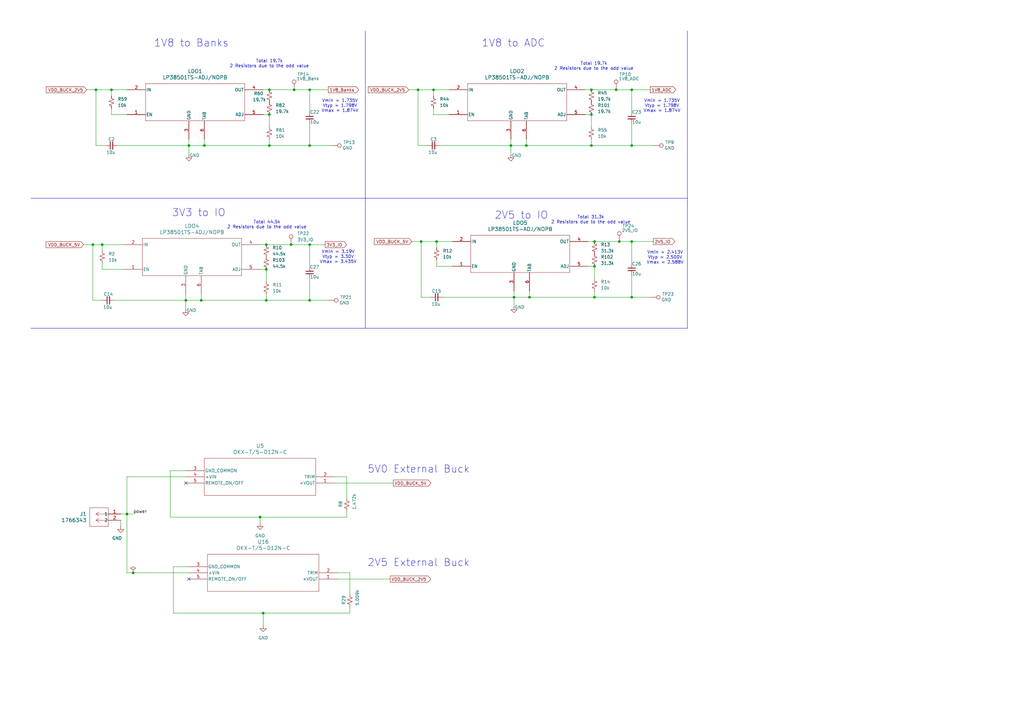
<source format=kicad_sch>
(kicad_sch (version 20250114) (generator "eeschema") (generator_version "9.0")
  (paper "A3")
  (lib_symbols
    (symbol "Connector:TestPoint" (pin_numbers (hide yes)) (pin_names (offset 0.762) (hide yes))
      (property "Reference" "TP" (at 0 6.858 0))
      (property "Value" "TestPoint" (at 0 5.08 0))
      (symbol "TestPoint_0_1"
        (circle (center 0 3.302) (radius 0.762))
      )
      (symbol "TestPoint_1_1"
        (pin passive line (at 0 0 90) (length 2.54) (name "1") (number "1"))
      )
    )
    (symbol "Device:C_Small" (pin_numbers (hide yes)) (pin_names (offset 0.254) (hide yes))
      (property "Reference" "C" (at 0.254 1.778 0))
      (property "Value" "C_Small" (at 0.254 -2.032 0))
      (symbol "C_Small_0_1"
        (polyline (pts (xy -1.524 0.508) (xy 1.524 0.508)) (stroke (width 0.3048)))
        (polyline (pts (xy -1.524 -0.508) (xy 1.524 -0.508)) (stroke (width 0.3302)))
      )
      (symbol "C_Small_1_1"
        (pin passive line (at 0 2.54 270) (length 2.032) (name "~") (number "1"))
        (pin passive line (at 0 -2.54 90) (length 2.032) (name "~") (number "2"))
      )
    )
    (symbol "Device:R_Small_US" (pin_numbers (hide yes)) (pin_names (offset 0.254) (hide yes))
      (property "Reference" "R" (at 0.762 0.508 0))
      (property "Value" "R_Small_US" (at 0.762 -1.016 0))
      (symbol "R_Small_US_1_1"
        (polyline (pts (xy 0 1.524) (xy 1.016 1.143) (xy 0 0.762) (xy -1.016 0.381) (xy 0 0)))
        (polyline (pts (xy 0 0) (xy 1.016 -0.381) (xy 0 -0.762) (xy -1.016 -1.143) (xy 0 -1.524)))
        (pin passive line (at 0 2.54 270) (length 1.016) (name "~") (number "1"))
        (pin passive line (at 0 -2.54 90) (length 1.016) (name "~") (number "2"))
      )
    )
    (symbol "PSEC5_ctrlbd:1766343" (pin_names (offset 0.254))
      (property "Reference" "J" (at 8.89 6.35 0))
      (property "Value" "1766343" (at 1.524 6.096 0))
      (symbol "1766343_1_1"
        (polyline (pts (xy 5.08 2.54) (xy 5.08 -5.08)) (stroke (width 0.127)))
        (polyline (pts (xy 5.08 -5.08) (xy 12.7 -5.08)) (stroke (width 0.127)))
        (polyline (pts (xy 10.16 0) (xy 5.08 0)) (stroke (width 0.127)))
        (polyline (pts (xy 10.16 0) (xy 8.89 0.8467)) (stroke (width 0.127)))
        (polyline (pts (xy 10.16 0) (xy 8.89 -0.8467)) (stroke (width 0.127)))
        (polyline (pts (xy 10.16 -2.54) (xy 5.08 -2.54)) (stroke (width 0.127)))
        (polyline (pts (xy 10.16 -2.54) (xy 8.89 -1.6933)) (stroke (width 0.127)))
        (polyline (pts (xy 10.16 -2.54) (xy 8.89 -3.3867)) (stroke (width 0.127)))
        (polyline (pts (xy 12.7 2.54) (xy 5.08 2.54)) (stroke (width 0.127)))
        (polyline (pts (xy 12.7 -5.08) (xy 12.7 2.54)) (stroke (width 0.127)))
        (pin unspecified line (at 0 0 0) (length 5.08) (name "1") (number "1"))
        (pin unspecified line (at 0 -2.54 0) (length 5.08) (name "2") (number "2"))
      )
      (symbol "1766343_1_2"
        (polyline (pts (xy 5.08 2.54) (xy 5.08 -5.08)) (stroke (width 0.127)))
        (polyline (pts (xy 5.08 -5.08) (xy 12.7 -5.08)) (stroke (width 0.127)))
        (polyline (pts (xy 7.62 0) (xy 5.08 0)) (stroke (width 0.127)))
        (polyline (pts (xy 7.62 0) (xy 8.89 0.8467)) (stroke (width 0.127)))
        (polyline (pts (xy 7.62 0) (xy 8.89 -0.8467)) (stroke (width 0.127)))
        (polyline (pts (xy 7.62 -2.54) (xy 5.08 -2.54)) (stroke (width 0.127)))
        (polyline (pts (xy 7.62 -2.54) (xy 8.89 -1.6933)) (stroke (width 0.127)))
        (polyline (pts (xy 7.62 -2.54) (xy 8.89 -3.3867)) (stroke (width 0.127)))
        (polyline (pts (xy 12.7 2.54) (xy 5.08 2.54)) (stroke (width 0.127)))
        (polyline (pts (xy 12.7 -5.08) (xy 12.7 2.54)) (stroke (width 0.127)))
        (pin unspecified line (at 0 0 0) (length 5.08) (name "1") (number "1"))
        (pin unspecified line (at 0 -2.54 0) (length 5.08) (name "2") (number "2"))
      )
    )
    (symbol "PSEC5_ctrlbd:LP38501TS-ADJ_NOPB" (pin_names (offset 0.254))
      (property "Value" "LP38501TS-ADJ/NOPB" (at 27.94 7.62 0))
      (symbol "LP38501TS-ADJ_NOPB_0_1"
        (polyline (pts (xy 7.62 5.08) (xy 7.62 -10.16)) (stroke (width 0.127)))
        (polyline (pts (xy 7.62 -10.16) (xy 48.26 -10.16)) (stroke (width 0.127)))
        (polyline (pts (xy 48.26 5.08) (xy 7.62 5.08)) (stroke (width 0.127)))
        (polyline (pts (xy 48.26 -10.16) (xy 48.26 5.08)) (stroke (width 0.127)))
        (pin power_in line (at 0 2.54 0) (length 7.62) (name "IN") (number "2"))
        (pin input line (at 0 -7.62 0) (length 7.62) (name "EN") (number "1"))
        (pin power_in line (at 25.4 -17.78 90) (length 7.62) (name "GND") (number "3"))
        (pin power_in line (at 31.75 -17.78 90) (length 7.62) (name "TAB") (number "6"))
        (pin input line (at 55.88 -7.62 180) (length 7.62) (name "ADJ") (number "5"))
      )
      (symbol "LP38501TS-ADJ_NOPB_1_1"
        (pin power_out line (at 55.88 2.54 180) (length 7.62) (name "OUT") (number "4"))
      )
    )
    (symbol "PSEC5_ctrlbd:OKX-T_5-D12N-C" (pin_names (offset 0.254))
      (property "Reference" "U" (at 30.48 10.16 0))
      (property "Value" "OKX-T/5-D12N-C" (at 30.48 7.62 0))
      (symbol "OKX-T_5-D12N-C_0_1"
        (polyline (pts (xy 7.62 5.08) (xy 7.62 -10.16)) (stroke (width 0.127)))
        (polyline (pts (xy 7.62 -10.16) (xy 53.34 -10.16)) (stroke (width 0.127)))
        (polyline (pts (xy 53.34 5.08) (xy 7.62 5.08)) (stroke (width 0.127)))
        (polyline (pts (xy 53.34 -10.16) (xy 53.34 5.08)) (stroke (width 0.127)))
        (pin unspecified line (at 0 -2.54 0) (length 7.62) (name "TRIM") (number "2"))
        (pin input line (at 60.96 0 180) (length 7.62) (name "REMOTE_ON/OFF") (number "5"))
        (pin power_in line (at 60.96 -2.54 180) (length 7.62) (name "+VIN") (number "4"))
      )
      (symbol "OKX-T_5-D12N-C_1_1"
        (pin power_out line (at 0 0 0) (length 7.62) (name "+VOUT") (number "1"))
        (pin power_in line (at 60.96 -5.08 180) (length 7.62) (name "GND_COMMON") (number "3"))
      )
    )
    (symbol "power:GND" (power) (pin_numbers (hide yes)) (pin_names (offset 0) (hide yes))
      (property "Value" "GND" (at 0 -3.81 0))
      (symbol "GND_0_1"
        (polyline (pts (xy 0 0) (xy 0 -1.27) (xy 1.27 -1.27) (xy 0 -2.54) (xy -1.27 -1.27) (xy 0 -1.27)))
      )
      (symbol "GND_1_1"
        (pin power_in line (at 0 0 270) (length 0) (name "~") (number "1"))
      )
    )
    (symbol "power:PWR_FLAG" (power) (pin_numbers (hide yes)) (pin_names (offset 0) (hide yes))
      (property "Value" "PWR_FLAG" (at 0 3.81 0))
      (symbol "PWR_FLAG_0_0"
        (pin power_out line (at 0 0 90) (length 0) (name "~") (number "1"))
      )
      (symbol "PWR_FLAG_0_1"
        (polyline (pts (xy 0 0) (xy 0 1.27) (xy -1.016 1.905) (xy 0 2.54) (xy 1.016 1.905) (xy 0 1.27)))
      )
    )
  )
  (text "5V0 External Buck" (at 171.704 192.532 0) (effects (font (size 3 3))))
  (text "Total 19.7k\n2 Resistors due to the odd value\n" (at 110.49 26.162 0) (effects (font (size 1.27 1.27))))
  (text "2V5 to IO" (at 213.868 88.392 0) (effects (font (size 3 3))))
  (text "Vmin = 1.735V\nVtyp = 1.798V\nVmax = 1.874V" (at 271.526 43.434 0) (effects (font (size 1.27 1.27))))
  (text "2V5 External Buck" (at 171.704 230.886 0) (effects (font (size 3 3))))
  (text "Vmin = 3.19V\nVtyp = 3.30V\nVmax = 3.435V" (at 138.684 105.41 0) (effects (font (size 1.27 1.27))))
  (text "Total 44.5k\n2 Resistors due to the odd value\n" (at 109.474 92.202 0) (effects (font (size 1.27 1.27))))
  (text "Total 31.3k\n2 Resistors due to the odd value\n" (at 242.316 90.17 0) (effects (font (size 1.27 1.27))))
  (text "1V8 to ADC" (at 210.566 17.78 0) (effects (font (size 3 3))))
  (text "Total 19.7k\n2 Resistors due to the odd value\n" (at 243.586 27.178 0) (effects (font (size 1.27 1.27))))
  (text "Vmin = 2.413V\nVtyp = 2.500V\nVmax = 2.588V" (at 272.796 105.664 0) (effects (font (size 1.27 1.27))))
  (text "1V8 to Banks" (at 78.486 17.78 0) (effects (font (size 3 3))))
  (text "3V3 to IO" (at 81.534 87.376 0) (effects (font (size 3 3))))
  (text "Vmin = 1.735V\nVtyp = 1.798V\nVmax = 1.874V" (at 139.446 43.434 0) (effects (font (size 1.27 1.27))))
  (junction (at 243.84 121.92))
  (junction (at 45.72 36.83))
  (junction (at 243.84 99.06))
  (junction (at 215.9 59.69))
  (junction (at 209.55 59.69))
  (junction (at 110.49 59.69))
  (junction (at 76.2 123.19))
  (junction (at 77.47 59.69))
  (junction (at 127 59.69))
  (junction (at 242.57 59.69))
  (junction (at 120.65 36.83))
  (junction (at 82.55 123.19))
  (junction (at 110.49 46.99))
  (junction (at 172.72 99.06))
  (junction (at 39.37 36.83))
  (junction (at 217.17 121.92))
  (junction (at 54.61 234.95))
  (junction (at 127 100.33))
  (junction (at 177.8 36.83))
  (junction (at 109.22 123.19))
  (junction (at 259.08 99.06))
  (junction (at 243.84 109.22))
  (junction (at 109.22 110.49))
  (junction (at 242.57 36.83))
  (junction (at 127 36.83))
  (junction (at 252.73 36.83))
  (junction (at 83.82 59.69))
  (junction (at 259.08 36.83))
  (junction (at 254 99.06))
  (junction (at 52.07 210.82))
  (junction (at 107.95 251.46))
  (junction (at 110.49 36.83))
  (junction (at 41.91 100.33))
  (junction (at 242.57 46.99))
  (junction (at 179.07 99.06))
  (junction (at 259.08 121.92))
  (junction (at 38.1 100.33))
  (junction (at 106.68 212.09))
  (junction (at 259.08 59.69))
  (junction (at 109.22 100.33))
  (junction (at 127 123.19))
  (junction (at 171.45 36.83))
  (junction (at 210.82 121.92))
  (junction (at 119.38 100.33))
  (no_connect (at 77.47 237.49))
  (no_connect (at 76.2 198.12))
  (wire (pts (xy 181.61 121.92) (xy 210.82 121.92)))
  (wire (pts (xy 38.1 123.19) (xy 41.91 123.19)))
  (wire (pts (xy 45.72 36.83) (xy 45.72 39.37)))
  (wire (pts (xy 127 50.8) (xy 127 59.69)))
  (wire (pts (xy 110.49 46.99) (xy 107.95 46.99)))
  (wire (pts (xy 48.26 59.69) (xy 77.47 59.69)))
  (wire (pts (xy 243.84 119.38) (xy 243.84 121.92)))
  (wire (pts (xy 179.07 99.06) (xy 179.07 101.6)))
  (wire (pts (xy 110.49 59.69) (xy 127 59.69)))
  (wire (pts (xy 259.08 113.03) (xy 259.08 121.92)))
  (wire (pts (xy 35.56 36.83) (xy 39.37 36.83)))
  (wire (pts (xy 71.12 232.41) (xy 71.12 251.46)))
  (wire (pts (xy 171.45 36.83) (xy 177.8 36.83)))
  (wire (pts (xy 252.73 36.83) (xy 259.08 36.83)))
  (wire (pts (xy 83.82 59.69) (xy 110.49 59.69)))
  (wire (pts (xy 242.57 52.07) (xy 242.57 46.99)))
  (wire (pts (xy 107.95 36.83) (xy 110.49 36.83)))
  (wire (pts (xy 179.07 106.68) (xy 179.07 109.22)))
  (wire (pts (xy 179.07 99.06) (xy 185.42 99.06)))
  (wire (pts (xy 259.08 59.69) (xy 267.97 59.69)))
  (wire (pts (xy 177.8 44.45) (xy 177.8 46.99)))
  (wire (pts (xy 259.08 99.06) (xy 259.08 107.95)))
  (wire (pts (xy 110.49 36.83) (xy 120.65 36.83)))
  (wire (pts (xy 215.9 57.15) (xy 215.9 59.69)))
  (wire (pts (xy 243.84 121.92) (xy 259.08 121.92)))
  (wire (pts (xy 83.82 57.15) (xy 83.82 59.69)))
  (wire (pts (xy 240.03 36.83) (xy 242.57 36.83)))
  (wire (pts (xy 41.91 100.33) (xy 50.8 100.33)))
  (wire (pts (xy 76.2 120.65) (xy 76.2 123.19)))
  (wire (pts (xy 41.91 107.95) (xy 41.91 110.49)))
  (wire (pts (xy 34.29 100.33) (xy 38.1 100.33)))
  (wire (pts (xy 69.85 193.04) (xy 69.85 212.09)))
  (wire (pts (xy 110.49 57.15) (xy 110.49 59.69)))
  (polyline (pts (xy 149.86 12.7) (xy 149.86 81.28)))
  (wire (pts (xy 49.53 210.82) (xy 52.07 210.82)))
  (polyline (pts (xy 281.94 134.62) (xy 149.86 134.62)))
  (wire (pts (xy 209.55 57.15) (xy 209.55 59.69)))
  (wire (pts (xy 76.2 123.19) (xy 76.2 127)))
  (wire (pts (xy 38.1 100.33) (xy 38.1 123.19)))
  (wire (pts (xy 77.47 57.15) (xy 77.47 59.69)))
  (wire (pts (xy 171.45 36.83) (xy 171.45 59.69)))
  (wire (pts (xy 41.91 110.49) (xy 50.8 110.49)))
  (wire (pts (xy 119.38 100.33) (xy 127 100.33)))
  (wire (pts (xy 45.72 36.83) (xy 52.07 36.83)))
  (wire (pts (xy 142.24 212.09) (xy 142.24 209.55)))
  (wire (pts (xy 137.16 195.58) (xy 142.24 195.58)))
  (wire (pts (xy 217.17 121.92) (xy 243.84 121.92)))
  (wire (pts (xy 259.08 36.83) (xy 259.08 45.72)))
  (wire (pts (xy 142.24 195.58) (xy 142.24 204.47)))
  (wire (pts (xy 106.68 212.09) (xy 106.68 214.63)))
  (wire (pts (xy 259.08 50.8) (xy 259.08 59.69)))
  (wire (pts (xy 82.55 120.65) (xy 82.55 123.19)))
  (wire (pts (xy 82.55 123.19) (xy 109.22 123.19)))
  (wire (pts (xy 259.08 36.83) (xy 266.7 36.83)))
  (wire (pts (xy 46.99 123.19) (xy 76.2 123.19)))
  (wire (pts (xy 52.07 234.95) (xy 54.61 234.95)))
  (polyline (pts (xy 281.94 81.28) (xy 281.94 134.62)))
  (wire (pts (xy 172.72 121.92) (xy 176.53 121.92)))
  (wire (pts (xy 209.55 59.69) (xy 209.55 63.5)))
  (polyline (pts (xy 12.7 81.28) (xy 149.86 81.28)))
  (wire (pts (xy 241.3 99.06) (xy 243.84 99.06)))
  (wire (pts (xy 143.51 251.46) (xy 143.51 248.92)))
  (wire (pts (xy 172.72 99.06) (xy 172.72 121.92)))
  (wire (pts (xy 171.45 59.69) (xy 175.26 59.69)))
  (wire (pts (xy 254 99.06) (xy 259.08 99.06)))
  (wire (pts (xy 127 59.69) (xy 135.89 59.69)))
  (wire (pts (xy 127 114.3) (xy 127 123.19)))
  (wire (pts (xy 210.82 121.92) (xy 210.82 125.73)))
  (wire (pts (xy 69.85 212.09) (xy 106.68 212.09)))
  (wire (pts (xy 45.72 44.45) (xy 45.72 46.99)))
  (wire (pts (xy 127 100.33) (xy 133.35 100.33)))
  (wire (pts (xy 106.68 100.33) (xy 109.22 100.33)))
  (wire (pts (xy 77.47 232.41) (xy 71.12 232.41)))
  (wire (pts (xy 177.8 36.83) (xy 184.15 36.83)))
  (wire (pts (xy 138.43 234.95) (xy 143.51 234.95)))
  (wire (pts (xy 177.8 46.99) (xy 184.15 46.99)))
  (wire (pts (xy 39.37 36.83) (xy 45.72 36.83)))
  (wire (pts (xy 52.07 210.82) (xy 52.07 234.95)))
  (wire (pts (xy 215.9 59.69) (xy 242.57 59.69)))
  (wire (pts (xy 138.43 237.49) (xy 160.02 237.49)))
  (wire (pts (xy 177.8 36.83) (xy 177.8 39.37)))
  (wire (pts (xy 52.07 195.58) (xy 76.2 195.58)))
  (wire (pts (xy 242.57 57.15) (xy 242.57 59.69)))
  (wire (pts (xy 217.17 121.92) (xy 210.82 121.92)))
  (wire (pts (xy 45.72 46.99) (xy 52.07 46.99)))
  (wire (pts (xy 52.07 210.82) (xy 52.07 195.58)))
  (wire (pts (xy 107.95 251.46) (xy 107.95 256.54)))
  (polyline (pts (xy 149.86 81.28) (xy 281.94 81.28)))
  (wire (pts (xy 82.55 123.19) (xy 76.2 123.19)))
  (wire (pts (xy 259.08 99.06) (xy 267.97 99.06)))
  (wire (pts (xy 77.47 59.69) (xy 77.47 63.5)))
  (wire (pts (xy 54.61 234.95) (xy 77.47 234.95)))
  (wire (pts (xy 168.91 99.06) (xy 172.72 99.06)))
  (wire (pts (xy 109.22 110.49) (xy 109.22 115.57)))
  (wire (pts (xy 71.12 251.46) (xy 107.95 251.46)))
  (wire (pts (xy 127 100.33) (xy 127 109.22)))
  (polyline (pts (xy 12.7 134.62) (xy 149.86 134.62)))
  (wire (pts (xy 41.91 100.33) (xy 41.91 102.87)))
  (wire (pts (xy 109.22 120.65) (xy 109.22 123.19)))
  (wire (pts (xy 243.84 109.22) (xy 241.3 109.22)))
  (wire (pts (xy 39.37 36.83) (xy 39.37 59.69)))
  (wire (pts (xy 180.34 59.69) (xy 209.55 59.69)))
  (wire (pts (xy 217.17 119.38) (xy 217.17 121.92)))
  (wire (pts (xy 172.72 99.06) (xy 179.07 99.06)))
  (wire (pts (xy 167.64 36.83) (xy 171.45 36.83)))
  (wire (pts (xy 143.51 234.95) (xy 143.51 243.84)))
  (wire (pts (xy 259.08 121.92) (xy 266.7 121.92)))
  (wire (pts (xy 76.2 193.04) (xy 69.85 193.04)))
  (wire (pts (xy 106.68 110.49) (xy 109.22 110.49)))
  (wire (pts (xy 243.84 99.06) (xy 254 99.06)))
  (wire (pts (xy 52.07 210.82) (xy 54.61 210.82)))
  (wire (pts (xy 127 36.83) (xy 134.62 36.83)))
  (wire (pts (xy 120.65 36.83) (xy 127 36.83)))
  (wire (pts (xy 137.16 198.12) (xy 161.29 198.12)))
  (wire (pts (xy 109.22 123.19) (xy 127 123.19)))
  (wire (pts (xy 242.57 46.99) (xy 240.03 46.99)))
  (wire (pts (xy 243.84 114.3) (xy 243.84 109.22)))
  (wire (pts (xy 242.57 36.83) (xy 252.73 36.83)))
  (wire (pts (xy 39.37 59.69) (xy 43.18 59.69)))
  (wire (pts (xy 127 36.83) (xy 127 45.72)))
  (wire (pts (xy 109.22 100.33) (xy 119.38 100.33)))
  (wire (pts (xy 49.53 213.36) (xy 49.53 215.9)))
  (wire (pts (xy 110.49 52.07) (xy 110.49 46.99)))
  (polyline (pts (xy 149.86 81.28) (xy 149.86 134.62)))
  (wire (pts (xy 242.57 59.69) (xy 259.08 59.69)))
  (wire (pts (xy 127 123.19) (xy 134.62 123.19)))
  (wire (pts (xy 106.68 212.09) (xy 142.24 212.09)))
  (wire (pts (xy 210.82 119.38) (xy 210.82 121.92)))
  (wire (pts (xy 215.9 59.69) (xy 209.55 59.69)))
  (wire (pts (xy 83.82 59.69) (xy 77.47 59.69)))
  (wire (pts (xy 179.07 109.22) (xy 185.42 109.22)))
  (polyline (pts (xy 281.94 12.7) (xy 281.94 81.28)))
  (wire (pts (xy 38.1 100.33) (xy 41.91 100.33)))
  (wire (pts (xy 107.95 251.46) (xy 143.51 251.46)))
  (label "power" (at 54.61 210.82 0))
  (global_label "2V5_IO" (shape output) (at 267.97 99.06 0) (property "Intersheetrefs" "${INTERSHEET_REFS}" (effects (hide yes))))
  (global_label "3V3_IO" (shape output) (at 133.35 100.33 0) (property "Intersheetrefs" "${INTERSHEET_REFS}" (effects (hide yes))))
  (global_label "1V8_Banks" (shape output) (at 134.62 36.83 0) (property "Intersheetrefs" "${INTERSHEET_REFS}" (effects (hide yes))))
  (global_label "VDD_BUCK_5V" (shape input) (at 34.29 100.33 180) (property "Intersheetrefs" "${INTERSHEET_REFS}" (effects (hide yes))))
  (global_label "1V8_ADC" (shape output) (at 266.7 36.83 0) (property "Intersheetrefs" "${INTERSHEET_REFS}" (effects (hide yes))))
  (global_label "VDD_BUCK_5V" (shape output) (at 161.29 198.12 0) (property "Intersheetrefs" "${INTERSHEET_REFS}" (effects (hide yes))))
  (global_label "VDD_BUCK_2V5" (shape input) (at 35.56 36.83 180) (property "Intersheetrefs" "${INTERSHEET_REFS}" (effects (hide yes))))
  (global_label "VDD_BUCK_2V5" (shape output) (at 160.02 237.49 0) (property "Intersheetrefs" "${INTERSHEET_REFS}" (effects (hide yes))))
  (global_label "VDD_BUCK_2V5" (shape input) (at 167.64 36.83 180) (property "Intersheetrefs" "${INTERSHEET_REFS}" (effects (hide yes))))
  (global_label "VDD_BUCK_5V" (shape input) (at 168.91 99.06 180) (property "Intersheetrefs" "${INTERSHEET_REFS}" (effects (hide yes))))
  (symbol (lib_id "PSEC5_ctrlbd:1766343") (at 49.53 210.82 0) (mirror y) (unit 1)
    (property "Reference" "J1" (at 35.56 210.8199 0) (effects (font (size 1.524 1.524)) (justify left)))
    (property "Value" "1766343" (at 35.56 213.3599 0) (effects (font (size 1.524 1.524)) (justify left)))
    (property "Footprint" "Connector_Phoenix_GMSTB:PhoenixContact_GMSTBA_2,5_2-G_1x02_P7.50mm_Horizontal" (effects (hide yes)))
    (property "Datasheet" "1766343" (effects (hide yes)))
  )
  (symbol (lib_id "Device:R_Small_US") (at 110.49 54.61 0) (unit 1)
    (property "Reference" "R61" (at 113.03 53.3399 0) (effects (justify left)))
    (property "Value" "10k" (at 113.03 55.8799 0) (effects (justify left)))
    (property "Footprint" "Resistor_SMD:R_0603_1608Metric" (effects (hide yes)))
    (property "Description" "Resistor, small US symbol" (effects (hide yes)))
  )
  (symbol (lib_id "power:PWR_FLAG") (at 54.61 234.95 0) (unit 1)
    (property "Reference" "#FLG029" (effects (hide yes)))
    (property "Value" "PWR_FLAG" (effects (hide yes)))
    (property "Description" "Special symbol for telling ERC where power comes from" (effects (hide yes)))
  )
  (symbol (lib_id "Device:R_Small_US") (at 109.22 107.95 0) (unit 1)
    (property "Reference" "R103" (at 111.76 106.6799 0) (effects (justify left)))
    (property "Value" "44.5k" (at 111.76 109.2199 0) (effects (justify left)))
    (property "Footprint" "Resistor_SMD:R_0603_1608Metric" (effects (hide yes)))
    (property "Description" "Resistor, small US symbol" (effects (hide yes)))
  )
  (symbol (lib_id "Device:R_Small_US") (at 177.8 41.91 0) (unit 1)
    (property "Reference" "R44" (at 180.34 40.6399 0) (effects (justify left)))
    (property "Value" "10k" (at 180.34 43.1799 0) (effects (justify left)))
    (property "Footprint" "Resistor_SMD:R_0603_1608Metric" (effects (hide yes)))
    (property "Description" "Resistor, small US symbol" (effects (hide yes)))
  )
  (symbol (lib_id "Device:R_Small_US") (at 243.84 116.84 0) (unit 1)
    (property "Reference" "R14" (at 246.38 115.5699 0) (effects (justify left)))
    (property "Value" "10k" (at 246.38 118.1099 0) (effects (justify left)))
    (property "Footprint" "Resistor_SMD:R_0603_1608Metric" (effects (hide yes)))
    (property "Description" "Resistor, small US symbol" (effects (hide yes)))
  )
  (symbol (lib_id "Device:R_Small_US") (at 242.57 54.61 0) (unit 1)
    (property "Reference" "R55" (at 245.11 53.3399 0) (effects (justify left)))
    (property "Value" "10k" (at 245.11 55.8799 0) (effects (justify left)))
    (property "Footprint" "Resistor_SMD:R_0603_1608Metric" (effects (hide yes)))
    (property "Description" "Resistor, small US symbol" (effects (hide yes)))
  )
  (symbol (lib_id "PSEC5_ctrlbd:OKX-T_5-D12N-C") (at 138.43 237.49 180) (unit 1)
    (property "Reference" "U16" (at 107.95 222.25 0) (effects (font (size 1.524 1.524))))
    (property "Value" "OKX-T/5-D12N-C" (at 107.95 224.79 0) (effects (font (size 1.524 1.524))))
    (property "Footprint" "OKX_T_5_D12N_C:OKX-T&slash_5-D12N-C_MUR" (effects (hide yes)))
    (property "Datasheet" "OKX-T/5-D12N-C" (effects (hide yes)))
  )
  (symbol (lib_id "Connector:TestPoint") (at 135.89 59.69 270) (unit 1)
    (property "Reference" "TP13" (at 140.716 58.42 90) (effects (justify left)))
    (property "Value" "GND" (at 140.462 60.706 90) (effects (justify left)))
    (property "Footprint" "TestPoint:TestPoint_THTPad_1.5x1.5mm_Drill0.7mm" (effects (hide yes)))
    (property "Description" "test point" (effects (hide yes)))
  )
  (symbol (lib_id "Device:R_Small_US") (at 242.57 44.45 0) (unit 1)
    (property "Reference" "R101" (at 245.11 43.1799 0) (effects (justify left)))
    (property "Value" "19.7k" (at 245.11 45.7199 0) (effects (justify left)))
    (property "Footprint" "Resistor_SMD:R_0603_1608Metric" (effects (hide yes)))
    (property "Description" "Resistor, small US symbol" (effects (hide yes)))
  )
  (symbol (lib_id "Connector:TestPoint") (at 254 99.06 0) (unit 1)
    (property "Reference" "TP24" (at 255.27 92.71 0) (effects (justify left)))
    (property "Value" "2V5_IO" (at 255.016 94.488 0) (effects (justify left)))
    (property "Footprint" "TestPoint:TestPoint_THTPad_1.5x1.5mm_Drill0.7mm" (effects (hide yes)))
    (property "Description" "test point" (effects (hide yes)))
  )
  (symbol (lib_id "Connector:TestPoint") (at 252.73 36.83 0) (unit 1)
    (property "Reference" "TP10" (at 254 30.48 0) (effects (justify left)))
    (property "Value" "1V8_ADC" (at 253.746 32.258 0) (effects (justify left)))
    (property "Footprint" "TestPoint:TestPoint_THTPad_1.5x1.5mm_Drill0.7mm" (effects (hide yes)))
    (property "Description" "test point" (effects (hide yes)))
  )
  (symbol (lib_id "power:GND") (at 49.53 215.9 0) (unit 1)
    (property "Reference" "#PWR066" (effects (hide yes)))
    (property "Value" "GND" (at 48.006 220.726 0))
    (property "Description" "Power symbol creates a global label with name \"GND\" , ground" (effects (hide yes)))
  )
  (symbol (lib_id "Device:R_Small_US") (at 109.22 118.11 0) (unit 1)
    (property "Reference" "R11" (at 111.76 116.8399 0) (effects (justify left)))
    (property "Value" "10k" (at 111.76 119.3799 0) (effects (justify left)))
    (property "Footprint" "Resistor_SMD:R_0603_1608Metric" (effects (hide yes)))
    (property "Description" "Resistor, small US symbol" (effects (hide yes)))
  )
  (symbol (lib_id "Device:C_Small") (at 127 48.26 0) (unit 1)
    (property "Reference" "C22" (at 129.032 45.974 0))
    (property "Value" "10u" (at 129.032 50.038 0))
    (property "Footprint" "Capacitor_SMD:C_0603_1608Metric" (effects (hide yes)))
    (property "Description" "Unpolarized capacitor, small symbol" (effects (hide yes)))
  )
  (symbol (lib_id "Device:R_Small_US") (at 41.91 105.41 0) (unit 1)
    (property "Reference" "R2" (at 44.45 104.1399 0) (effects (justify left)))
    (property "Value" "10k" (at 44.45 106.6799 0) (effects (justify left)))
    (property "Footprint" "Resistor_SMD:R_0603_1608Metric" (effects (hide yes)))
    (property "Description" "Resistor, small US symbol" (effects (hide yes)))
  )
  (symbol (lib_id "Device:R_Small_US") (at 110.49 39.37 0) (unit 1)
    (property "Reference" "R60" (at 104.14 38.354 0) (effects (justify left)))
    (property "Value" "19.7k" (at 103.632 40.894 0) (effects (justify left)))
    (property "Footprint" "Resistor_SMD:R_0603_1608Metric" (effects (hide yes)))
    (property "Description" "Resistor, small US symbol" (effects (hide yes)))
  )
  (symbol (lib_id "Connector:TestPoint") (at 120.65 36.83 0) (unit 1)
    (property "Reference" "TP14" (at 121.92 30.48 0) (effects (justify left)))
    (property "Value" "1V8_Bank" (at 121.666 32.258 0) (effects (justify left)))
    (property "Footprint" "TestPoint:TestPoint_THTPad_1.5x1.5mm_Drill0.7mm" (effects (hide yes)))
    (property "Description" "test point" (effects (hide yes)))
  )
  (symbol (lib_id "Device:C_Small") (at 259.08 110.49 0) (unit 1)
    (property "Reference" "C26" (at 261.112 108.204 0))
    (property "Value" "10u" (at 261.112 112.268 0))
    (property "Footprint" "Capacitor_SMD:C_0603_1608Metric" (effects (hide yes)))
    (property "Description" "Unpolarized capacitor, small symbol" (effects (hide yes)))
  )
  (symbol (lib_id "Device:R_Small_US") (at 243.84 101.6 0) (unit 1)
    (property "Reference" "R13" (at 246.38 100.3299 0) (effects (justify left)))
    (property "Value" "31.3k" (at 246.38 102.8699 0) (effects (justify left)))
    (property "Footprint" "Resistor_SMD:R_0603_1608Metric" (effects (hide yes)))
    (property "Description" "Resistor, small US symbol" (effects (hide yes)))
  )
  (symbol (lib_id "Device:C_Small") (at 179.07 121.92 90) (unit 1)
    (property "Reference" "C15" (at 179.07 119.38 90))
    (property "Value" "10u" (at 178.816 124.714 90))
    (property "Footprint" "Capacitor_SMD:C_0603_1608Metric" (effects (hide yes)))
    (property "Description" "Unpolarized capacitor, small symbol" (effects (hide yes)))
  )
  (symbol (lib_id "Device:R_Small_US") (at 110.49 44.45 0) (unit 1)
    (property "Reference" "R82" (at 113.03 43.1799 0) (effects (justify left)))
    (property "Value" "19.7k" (at 113.03 45.7199 0) (effects (justify left)))
    (property "Footprint" "Resistor_SMD:R_0603_1608Metric" (effects (hide yes)))
    (property "Description" "Resistor, small US symbol" (effects (hide yes)))
  )
  (symbol (lib_id "Device:R_Small_US") (at 179.07 104.14 0) (unit 1)
    (property "Reference" "R12" (at 181.61 102.8699 0) (effects (justify left)))
    (property "Value" "10k" (at 181.61 105.4099 0) (effects (justify left)))
    (property "Footprint" "Resistor_SMD:R_0603_1608Metric" (effects (hide yes)))
    (property "Description" "Resistor, small US symbol" (effects (hide yes)))
  )
  (symbol (lib_id "PSEC5_ctrlbd:LP38501TS-ADJ_NOPB") (at 50.8 102.87 0) (unit 1)
    (property "Reference" "LDO4" (at 78.74 92.71 0) (effects (font (size 1.524 1.524))))
    (property "Value" "LP38501TS-ADJ/NOPB" (at 78.74 95.25 0) (effects (font (size 1.524 1.524))))
    (property "Footprint" "ul_LP38501TS-ADJ-NOPB:TS5B" (effects (hide yes)))
    (property "Datasheet" "LP38501TS-ADJ/NOPB" (effects (hide yes)))
  )
  (symbol (lib_id "Device:R_Small_US") (at 242.57 39.37 0) (unit 1)
    (property "Reference" "R45" (at 245.11 38.0999 0) (effects (justify left)))
    (property "Value" "19.7k" (at 245.11 40.6399 0) (effects (justify left)))
    (property "Footprint" "Resistor_SMD:R_0603_1608Metric" (effects (hide yes)))
    (property "Description" "Resistor, small US symbol" (effects (hide yes)))
  )
  (symbol (lib_id "Device:C_Small") (at 45.72 59.69 90) (unit 1)
    (property "Reference" "C2" (at 45.72 57.15 90))
    (property "Value" "10u" (at 45.466 62.484 90))
    (property "Footprint" "Capacitor_SMD:C_0603_1608Metric" (effects (hide yes)))
    (property "Description" "Unpolarized capacitor, small symbol" (effects (hide yes)))
  )
  (symbol (lib_id "Device:R_Small_US") (at 143.51 246.38 180) (unit 1)
    (property "Reference" "R29" (at 140.97 246.126 90))
    (property "Value" "5.009k" (at 146.558 245.11 90))
    (property "Footprint" "Resistor_SMD:R_0603_1608Metric" (effects (hide yes)))
    (property "Description" "Resistor, small US symbol" (effects (hide yes)))
  )
  (symbol (lib_id "Connector:TestPoint") (at 267.97 59.69 270) (unit 1)
    (property "Reference" "TP9" (at 272.796 58.42 90) (effects (justify left)))
    (property "Value" "GND" (at 272.542 60.706 90) (effects (justify left)))
    (property "Footprint" "TestPoint:TestPoint_THTPad_1.5x1.5mm_Drill0.7mm" (effects (hide yes)))
    (property "Description" "test point" (effects (hide yes)))
  )
  (symbol (lib_id "Device:C_Small") (at 44.45 123.19 90) (unit 1)
    (property "Reference" "C14" (at 44.45 120.65 90))
    (property "Value" "10u" (at 44.196 125.984 90))
    (property "Footprint" "Capacitor_SMD:C_0603_1608Metric" (effects (hide yes)))
    (property "Description" "Unpolarized capacitor, small symbol" (effects (hide yes)))
  )
  (symbol (lib_id "power:GND") (at 76.2 127 0) (unit 1)
    (property "Reference" "#PWR019" (effects (hide yes)))
    (property "Value" "GND" (at 78.486 127.254 0))
    (property "Description" "Power symbol creates a global label with name \"GND\" , ground" (effects (hide yes)))
  )
  (symbol (lib_id "Device:C_Small") (at 177.8 59.69 90) (unit 1)
    (property "Reference" "C3" (at 177.8 57.15 90))
    (property "Value" "10u" (at 177.546 62.484 90))
    (property "Footprint" "Capacitor_SMD:C_0603_1608Metric" (effects (hide yes)))
    (property "Description" "Unpolarized capacitor, small symbol" (effects (hide yes)))
  )
  (symbol (lib_id "power:GND") (at 77.47 63.5 0) (unit 1)
    (property "Reference" "#PWR015" (effects (hide yes)))
    (property "Value" "GND" (at 79.756 63.754 0))
    (property "Description" "Power symbol creates a global label with name \"GND\" , ground" (effects (hide yes)))
  )
  (symbol (lib_id "PSEC5_ctrlbd:LP38501TS-ADJ_NOPB") (at 185.42 101.6 0) (unit 1)
    (property "Reference" "LDO5" (at 213.36 91.44 0) (effects (font (size 1.524 1.524))))
    (property "Value" "LP38501TS-ADJ/NOPB" (at 213.36 93.98 0) (effects (font (size 1.524 1.524))))
    (property "Footprint" "ul_LP38501TS-ADJ-NOPB:TS5B" (effects (hide yes)))
    (property "Datasheet" "LP38501TS-ADJ/NOPB" (effects (hide yes)))
  )
  (symbol (lib_id "PSEC5_ctrlbd:OKX-T_5-D12N-C") (at 137.16 198.12 180) (unit 1)
    (property "Reference" "U5" (at 106.68 182.88 0) (effects (font (size 1.524 1.524))))
    (property "Value" "OKX-T/5-D12N-C" (at 106.68 185.42 0) (effects (font (size 1.524 1.524))))
    (property "Footprint" "OKX_T_5_D12N_C:OKX-T&slash_5-D12N-C_MUR" (effects (hide yes)))
    (property "Datasheet" "OKX-T/5-D12N-C" (effects (hide yes)))
  )
  (symbol (lib_id "power:GND") (at 107.95 256.54 0) (unit 1)
    (property "Reference" "#PWR053" (effects (hide yes)))
    (property "Value" "GND" (at 107.95 261.62 0))
    (property "Description" "Power symbol creates a global label with name \"GND\" , ground" (effects (hide yes)))
  )
  (symbol (lib_id "Device:R_Small_US") (at 109.22 102.87 0) (unit 1)
    (property "Reference" "R10" (at 111.76 101.5999 0) (effects (justify left)))
    (property "Value" "44.5k" (at 111.76 104.1399 0) (effects (justify left)))
    (property "Footprint" "Resistor_SMD:R_0603_1608Metric" (effects (hide yes)))
    (property "Description" "Resistor, small US symbol" (effects (hide yes)))
  )
  (symbol (lib_id "Device:R_Small_US") (at 243.84 106.68 0) (unit 1)
    (property "Reference" "R102" (at 246.38 105.4099 0) (effects (justify left)))
    (property "Value" "31.3k" (at 246.38 107.9499 0) (effects (justify left)))
    (property "Footprint" "Resistor_SMD:R_0603_1608Metric" (effects (hide yes)))
    (property "Description" "Resistor, small US symbol" (effects (hide yes)))
  )
  (symbol (lib_id "power:GND") (at 106.68 214.63 0) (unit 1)
    (property "Reference" "#PWR05" (effects (hide yes)))
    (property "Value" "GND" (at 106.68 219.71 0))
    (property "Description" "Power symbol creates a global label with name \"GND\" , ground" (effects (hide yes)))
  )
  (symbol (lib_id "Connector:TestPoint") (at 134.62 123.19 270) (unit 1)
    (property "Reference" "TP21" (at 139.446 121.92 90) (effects (justify left)))
    (property "Value" "GND" (at 139.192 124.206 90) (effects (justify left)))
    (property "Footprint" "TestPoint:TestPoint_THTPad_1.5x1.5mm_Drill0.7mm" (effects (hide yes)))
    (property "Description" "test point" (effects (hide yes)))
  )
  (symbol (lib_id "Device:C_Small") (at 127 111.76 0) (unit 1)
    (property "Reference" "C27" (at 129.032 109.474 0))
    (property "Value" "10u" (at 129.032 113.538 0))
    (property "Footprint" "Capacitor_SMD:C_0603_1608Metric" (effects (hide yes)))
    (property "Description" "Unpolarized capacitor, small symbol" (effects (hide yes)))
  )
  (symbol (lib_id "PSEC5_ctrlbd:LP38501TS-ADJ_NOPB") (at 184.15 39.37 0) (unit 1)
    (property "Reference" "LDO2" (at 212.09 29.21 0) (effects (font (size 1.524 1.524))))
    (property "Value" "LP38501TS-ADJ/NOPB" (at 212.09 31.75 0) (effects (font (size 1.524 1.524))))
    (property "Footprint" "ul_LP38501TS-ADJ-NOPB:TS5B" (effects (hide yes)))
    (property "Datasheet" "LP38501TS-ADJ/NOPB" (effects (hide yes)))
  )
  (symbol (lib_id "Connector:TestPoint") (at 119.38 100.33 0) (unit 1)
    (property "Reference" "TP22" (at 121.92 95.7579 0) (effects (justify left)))
    (property "Value" "3V3_IO" (at 121.92 98.2979 0) (effects (justify left)))
    (property "Footprint" "TestPoint:TestPoint_THTPad_1.5x1.5mm_Drill0.7mm" (effects (hide yes)))
    (property "Description" "test point" (effects (hide yes)))
  )
  (symbol (lib_id "PSEC5_ctrlbd:LP38501TS-ADJ_NOPB") (at 52.07 39.37 0) (unit 1)
    (property "Reference" "LDO1" (at 80.01 29.21 0) (effects (font (size 1.524 1.524))))
    (property "Value" "LP38501TS-ADJ/NOPB" (at 80.01 31.75 0) (effects (font (size 1.524 1.524))))
    (property "Footprint" "ul_LP38501TS-ADJ-NOPB:TS5B" (effects (hide yes)))
    (property "Datasheet" "LP38501TS-ADJ/NOPB" (effects (hide yes)))
  )
  (symbol (lib_id "power:GND") (at 210.82 125.73 0) (unit 1)
    (property "Reference" "#PWR021" (effects (hide yes)))
    (property "Value" "GND" (at 213.106 125.984 0))
    (property "Description" "Power symbol creates a global label with name \"GND\" , ground" (effects (hide yes)))
  )
  (symbol (lib_id "Device:R_Small_US") (at 45.72 41.91 0) (unit 1)
    (property "Reference" "R59" (at 48.26 40.6399 0) (effects (justify left)))
    (property "Value" "10k" (at 48.26 43.1799 0) (effects (justify left)))
    (property "Footprint" "Resistor_SMD:R_0603_1608Metric" (effects (hide yes)))
    (property "Description" "Resistor, small US symbol" (effects (hide yes)))
  )
  (symbol (lib_id "power:GND") (at 209.55 63.5 0) (unit 1)
    (property "Reference" "#PWR013" (effects (hide yes)))
    (property "Value" "GND" (at 211.836 63.754 0))
    (property "Description" "Power symbol creates a global label with name \"GND\" , ground" (effects (hide yes)))
  )
  (symbol (lib_id "Device:C_Small") (at 259.08 48.26 0) (unit 1)
    (property "Reference" "C23" (at 261.112 45.974 0))
    (property "Value" "10u" (at 261.112 50.038 0))
    (property "Footprint" "Capacitor_SMD:C_0603_1608Metric" (effects (hide yes)))
    (property "Description" "Unpolarized capacitor, small symbol" (effects (hide yes)))
  )
  (symbol (lib_id "Connector:TestPoint") (at 266.7 121.92 270) (unit 1)
    (property "Reference" "TP23" (at 271.526 120.65 90) (effects (justify left)))
    (property "Value" "GND" (at 271.272 122.936 90) (effects (justify left)))
    (property "Footprint" "TestPoint:TestPoint_THTPad_1.5x1.5mm_Drill0.7mm" (effects (hide yes)))
    (property "Description" "test point" (effects (hide yes)))
  )
  (symbol (lib_id "Device:R_Small_US") (at 142.24 207.01 180) (unit 1)
    (property "Reference" "R8" (at 139.7 206.756 90))
    (property "Value" "1.472k" (at 145.288 205.74 90))
    (property "Footprint" "Resistor_SMD:R_0603_1608Metric" (effects (hide yes)))
    (property "Description" "Resistor, small US symbol" (effects (hide yes)))
  )
)
</source>
